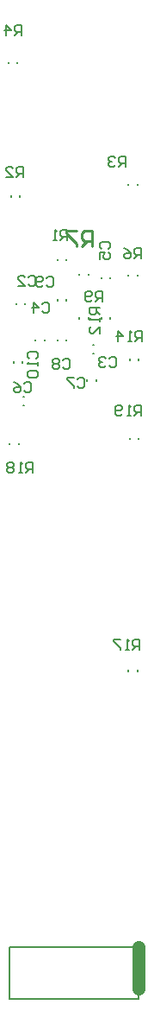
<source format=gbo>
G04 Layer_Color=32896*
%FSLAX25Y25*%
%MOIN*%
G70*
G01*
G75*
%ADD18C,0.00800*%
%ADD20C,0.01000*%
%ADD21C,0.05000*%
%ADD33C,0.00787*%
D18*
X38168Y291834D02*
X37501Y292501D01*
Y293834D01*
X38168Y294500D01*
X40834D01*
X41500Y293834D01*
Y292501D01*
X40834Y291834D01*
X37501Y287836D02*
Y290501D01*
X39501D01*
X38834Y289168D01*
Y288502D01*
X39501Y287836D01*
X40834D01*
X41500Y288502D01*
Y289835D01*
X40834Y290501D01*
X54000Y256000D02*
Y259999D01*
X52001D01*
X51334Y259332D01*
Y257999D01*
X52001Y257333D01*
X54000D01*
X52667D02*
X51334Y256000D01*
X50001D02*
X48668D01*
X49335D01*
Y259999D01*
X50001Y259332D01*
X44670Y256000D02*
Y259999D01*
X46669Y257999D01*
X44003D01*
X9834Y280832D02*
X10501Y281499D01*
X11834D01*
X12500Y280832D01*
Y278166D01*
X11834Y277500D01*
X10501D01*
X9834Y278166D01*
X5835Y277500D02*
X8501D01*
X5835Y280166D01*
Y280832D01*
X6502Y281499D01*
X7835D01*
X8501Y280832D01*
X41334Y249332D02*
X42001Y249999D01*
X43334D01*
X44000Y249332D01*
Y246666D01*
X43334Y246000D01*
X42001D01*
X41334Y246666D01*
X40001Y249332D02*
X39335Y249999D01*
X38002D01*
X37336Y249332D01*
Y248666D01*
X38002Y247999D01*
X38668D01*
X38002D01*
X37336Y247333D01*
Y246666D01*
X38002Y246000D01*
X39335D01*
X40001Y246666D01*
X15234Y270432D02*
X15901Y271099D01*
X17233D01*
X17900Y270432D01*
Y267766D01*
X17233Y267100D01*
X15901D01*
X15234Y267766D01*
X11902Y267100D02*
Y271099D01*
X13901Y269099D01*
X11236D01*
X8334Y239832D02*
X9001Y240499D01*
X10334D01*
X11000Y239832D01*
Y237166D01*
X10334Y236500D01*
X9001D01*
X8334Y237166D01*
X4335Y240499D02*
X5668Y239832D01*
X7001Y238499D01*
Y237166D01*
X6335Y236500D01*
X5002D01*
X4335Y237166D01*
Y237833D01*
X5002Y238499D01*
X7001D01*
X28834Y241332D02*
X29501Y241999D01*
X30834D01*
X31500Y241332D01*
Y238666D01*
X30834Y238000D01*
X29501D01*
X28834Y238666D01*
X27501Y241999D02*
X24836D01*
Y241332D01*
X27501Y238666D01*
Y238000D01*
X23334Y248832D02*
X24001Y249499D01*
X25333D01*
X26000Y248832D01*
Y246166D01*
X25333Y245500D01*
X24001D01*
X23334Y246166D01*
X22001Y248832D02*
X21335Y249499D01*
X20002D01*
X19335Y248832D01*
Y248166D01*
X20002Y247499D01*
X19335Y246833D01*
Y246166D01*
X20002Y245500D01*
X21335D01*
X22001Y246166D01*
Y246833D01*
X21335Y247499D01*
X22001Y248166D01*
Y248832D01*
X21335Y247499D02*
X20002D01*
X16834Y280332D02*
X17501Y280999D01*
X18834D01*
X19500Y280332D01*
Y277666D01*
X18834Y277000D01*
X17501D01*
X16834Y277666D01*
X15501D02*
X14835Y277000D01*
X13502D01*
X12835Y277666D01*
Y280332D01*
X13502Y280999D01*
X14835D01*
X15501Y280332D01*
Y279666D01*
X14835Y278999D01*
X12835D01*
X10168Y249377D02*
X9501Y250044D01*
Y251377D01*
X10168Y252043D01*
X12834D01*
X13500Y251377D01*
Y250044D01*
X12834Y249377D01*
X13500Y248045D02*
Y246712D01*
Y247378D01*
X9501D01*
X10168Y248045D01*
Y244712D02*
X9501Y244046D01*
Y242713D01*
X10168Y242046D01*
X12834D01*
X13500Y242713D01*
Y244046D01*
X12834Y244712D01*
X10168D01*
X25000Y295000D02*
Y298999D01*
X23001D01*
X22334Y298332D01*
Y296999D01*
X23001Y296333D01*
X25000D01*
X23667D02*
X22334Y295000D01*
X21001D02*
X19668D01*
X20335D01*
Y298999D01*
X21001Y298332D01*
X8000Y319500D02*
Y323499D01*
X6001D01*
X5334Y322832D01*
Y321499D01*
X6001Y320833D01*
X8000D01*
X6667D02*
X5334Y319500D01*
X1335D02*
X4001D01*
X1335Y322166D01*
Y322832D01*
X2002Y323499D01*
X3335D01*
X4001Y322832D01*
X47500Y323500D02*
Y327499D01*
X45501D01*
X44834Y326832D01*
Y325499D01*
X45501Y324833D01*
X47500D01*
X46167D02*
X44834Y323500D01*
X43501Y326832D02*
X42835Y327499D01*
X41502D01*
X40835Y326832D01*
Y326166D01*
X41502Y325499D01*
X42168D01*
X41502D01*
X40835Y324833D01*
Y324166D01*
X41502Y323500D01*
X42835D01*
X43501Y324166D01*
X7400Y374100D02*
Y378099D01*
X5401D01*
X4734Y377432D01*
Y376099D01*
X5401Y375433D01*
X7400D01*
X6067D02*
X4734Y374100D01*
X1402D02*
Y378099D01*
X3401Y376099D01*
X735D01*
X53500Y288000D02*
Y291999D01*
X51501D01*
X50834Y291332D01*
Y289999D01*
X51501Y289333D01*
X53500D01*
X52167D02*
X50834Y288000D01*
X46836Y291999D02*
X48168Y291332D01*
X49501Y289999D01*
Y288666D01*
X48835Y288000D01*
X47502D01*
X46836Y288666D01*
Y289333D01*
X47502Y289999D01*
X49501D01*
X38500Y271500D02*
Y275499D01*
X36501D01*
X35834Y274832D01*
Y273499D01*
X36501Y272833D01*
X38500D01*
X37167D02*
X35834Y271500D01*
X34501Y272166D02*
X33835Y271500D01*
X32502D01*
X31835Y272166D01*
Y274832D01*
X32502Y275499D01*
X33835D01*
X34501Y274832D01*
Y274166D01*
X33835Y273499D01*
X31835D01*
X37500Y269000D02*
X33501D01*
Y267001D01*
X34168Y266334D01*
X35501D01*
X36167Y267001D01*
Y269000D01*
Y267667D02*
X37500Y266334D01*
Y265001D02*
Y263668D01*
Y264335D01*
X33501D01*
X34168Y265001D01*
X37500Y259003D02*
Y261669D01*
X34834Y259003D01*
X34168D01*
X33501Y259670D01*
Y261003D01*
X34168Y261669D01*
X53000Y137000D02*
Y140999D01*
X51001D01*
X50334Y140332D01*
Y138999D01*
X51001Y138333D01*
X53000D01*
X51667D02*
X50334Y137000D01*
X49001D02*
X47668D01*
X48335D01*
Y140999D01*
X49001Y140332D01*
X45669Y140999D02*
X43003D01*
Y140332D01*
X45669Y137666D01*
Y137000D01*
X11500Y205500D02*
Y209499D01*
X9501D01*
X8834Y208832D01*
Y207499D01*
X9501Y206833D01*
X11500D01*
X10167D02*
X8834Y205500D01*
X7501D02*
X6168D01*
X6835D01*
Y209499D01*
X7501Y208832D01*
X4169D02*
X3503Y209499D01*
X2170D01*
X1503Y208832D01*
Y208166D01*
X2170Y207499D01*
X1503Y206833D01*
Y206166D01*
X2170Y205500D01*
X3503D01*
X4169Y206166D01*
Y206833D01*
X3503Y207499D01*
X4169Y208166D01*
Y208832D01*
X3503Y207499D02*
X2170D01*
X53500Y227500D02*
Y231499D01*
X51501D01*
X50834Y230832D01*
Y229499D01*
X51501Y228833D01*
X53500D01*
X52167D02*
X50834Y227500D01*
X49501D02*
X48168D01*
X48835D01*
Y231499D01*
X49501Y230832D01*
X46169Y228166D02*
X45503Y227500D01*
X44170D01*
X43503Y228166D01*
Y230832D01*
X44170Y231499D01*
X45503D01*
X46169Y230832D01*
Y230166D01*
X45503Y229499D01*
X43503D01*
D20*
X34700Y292700D02*
Y298698D01*
X31701D01*
X30701Y297698D01*
Y295699D01*
X31701Y294699D01*
X34700D01*
X32701D02*
X30701Y292700D01*
X28702Y298698D02*
X24703D01*
Y297698D01*
X28702Y293700D01*
Y292700D01*
D21*
X52500Y6500D02*
Y22500D01*
D33*
X38228Y280303D02*
Y280697D01*
X41772Y280303D02*
Y280697D01*
X29728Y281760D02*
Y282154D01*
X33272Y281760D02*
Y282154D01*
X52772Y248803D02*
Y249197D01*
X49228Y248803D02*
Y249197D01*
X2728Y216303D02*
Y216697D01*
X6272Y216303D02*
Y216697D01*
X52272Y128803D02*
Y129197D01*
X48728Y128803D02*
Y129197D01*
X41772Y264803D02*
Y265197D01*
X38228Y264803D02*
Y265197D01*
X29728Y264803D02*
Y265197D01*
X33272Y264803D02*
Y265197D01*
X52272Y281303D02*
Y281697D01*
X48728Y281303D02*
Y281697D01*
X2228Y363303D02*
Y363697D01*
X5772Y363303D02*
Y363697D01*
X48728Y316303D02*
Y316697D01*
X52272Y316303D02*
Y316697D01*
X3228Y311803D02*
Y312197D01*
X6772Y311803D02*
Y312197D01*
X24772Y287303D02*
Y287697D01*
X21228Y287303D02*
Y287697D01*
X24772Y271803D02*
Y272197D01*
X21228Y271803D02*
Y272197D01*
X24772Y256303D02*
Y256697D01*
X21228Y256303D02*
Y256697D01*
X36272Y240803D02*
Y241197D01*
X32728Y240803D02*
Y241197D01*
X7803Y234772D02*
X8197D01*
X7803Y231228D02*
X8197D01*
X12728Y256303D02*
Y256697D01*
X16272Y256303D02*
Y256697D01*
X34803Y254772D02*
X35197D01*
X34803Y251228D02*
X35197D01*
X5228Y270303D02*
Y270697D01*
X8772Y270303D02*
Y270697D01*
X7772Y247847D02*
Y248240D01*
X4228Y247847D02*
Y248240D01*
X52500Y2500D02*
Y22500D01*
X2500Y2500D02*
Y22500D01*
Y2500D02*
X52500D01*
X2500Y22500D02*
X52500D01*
X52772Y218303D02*
Y218697D01*
X49228Y218303D02*
Y218697D01*
M02*

</source>
